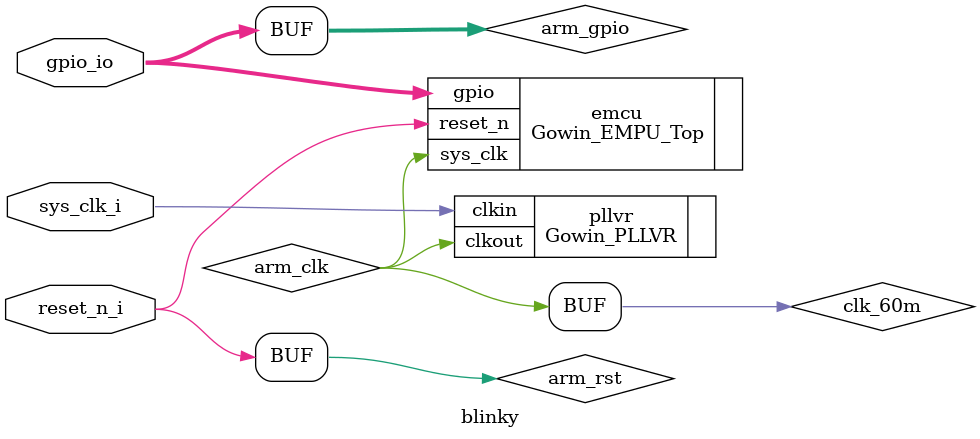
<source format=v>
module blinky(
    input sys_clk_i,
	inout [15:0] gpio_io,
	input reset_n_i
);

wire clk_60m;

wire arm_clk = clk_60m;
wire arm_rst = reset_n_i;

wire [15:0] arm_gpio;

assign arm_gpio[15:0] = gpio_io[15:0];

Gowin_PLLVR pllvr(
    .clkout(clk_60m),
    .clkin(sys_clk_i)
);

Gowin_EMPU_Top emcu(
    .sys_clk(arm_clk),
    .gpio(arm_gpio), 
    .reset_n(arm_rst)
);

endmodule
</source>
